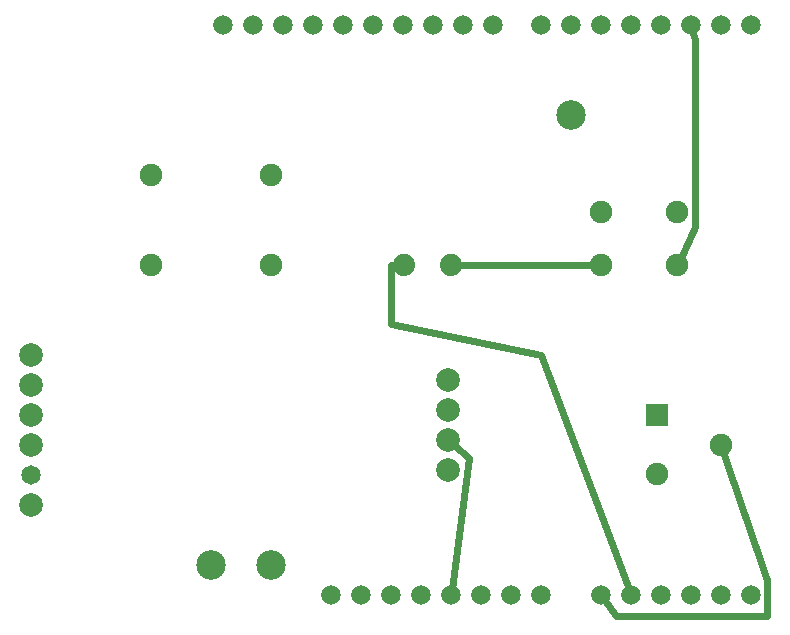
<source format=gbl>
G04 MADE WITH FRITZING*
G04 WWW.FRITZING.ORG*
G04 DOUBLE SIDED*
G04 HOLES PLATED*
G04 CONTOUR ON CENTER OF CONTOUR VECTOR*
%ASAXBY*%
%FSLAX23Y23*%
%MOIN*%
%OFA0B0*%
%SFA1.0B1.0*%
%ADD10C,0.065278*%
%ADD11C,0.075000*%
%ADD12C,0.074000*%
%ADD13C,0.078861*%
%ADD14C,0.064972*%
%ADD15C,0.078833*%
%ADD16C,0.098425*%
%ADD17R,0.075000X0.075000*%
%ADD18C,0.024000*%
%LNCOPPER0*%
G90*
G70*
G54D10*
X2244Y122D03*
X2344Y122D03*
X2444Y122D03*
X2544Y122D03*
X2644Y122D03*
X1784Y2022D03*
X1684Y2022D03*
X1584Y2022D03*
X1484Y2022D03*
X1384Y2022D03*
X1284Y2022D03*
X1184Y2022D03*
X1084Y2022D03*
X984Y2022D03*
X884Y2022D03*
X2644Y2022D03*
X2544Y2022D03*
X2444Y2022D03*
X2344Y2022D03*
X2244Y2022D03*
X2144Y2022D03*
X2044Y2022D03*
X1944Y2022D03*
X1344Y122D03*
X1244Y122D03*
X1444Y122D03*
X1544Y122D03*
X1644Y122D03*
X1744Y122D03*
X1844Y122D03*
X1944Y122D03*
X2144Y122D03*
G54D11*
X2400Y1222D03*
X2144Y1222D03*
X2400Y1399D03*
X2144Y1399D03*
G54D12*
X1487Y1222D03*
X1644Y1222D03*
G54D11*
X2332Y721D03*
X2544Y622D03*
X2332Y524D03*
G54D13*
X244Y422D03*
G54D14*
X244Y522D03*
G54D13*
X244Y622D03*
X244Y722D03*
X244Y822D03*
X244Y922D03*
G54D15*
X1634Y538D03*
X1634Y638D03*
X1634Y738D03*
X1634Y838D03*
G54D11*
X644Y1522D03*
X1044Y1522D03*
X644Y1222D03*
X1044Y1222D03*
G54D16*
X2044Y1722D03*
X1044Y222D03*
X844Y222D03*
G54D17*
X2332Y721D03*
G54D18*
X1946Y922D02*
X2237Y141D01*
D02*
X1444Y1023D02*
X1946Y922D01*
D02*
X1444Y1221D02*
X1444Y1023D01*
D02*
X1469Y1222D02*
X1444Y1221D01*
D02*
X2156Y106D02*
X2196Y50D01*
X2196Y50D02*
X2700Y50D01*
X2700Y50D02*
X2700Y170D01*
X2700Y170D02*
X2550Y606D01*
D02*
X1662Y1222D02*
X2127Y1222D01*
D02*
X1647Y142D02*
X1704Y578D01*
X1704Y578D02*
X1654Y621D01*
D02*
X2450Y2003D02*
X2460Y1970D01*
X2460Y1970D02*
X2460Y1346D01*
X2460Y1346D02*
X2408Y1238D01*
G04 End of Copper0*
M02*
</source>
